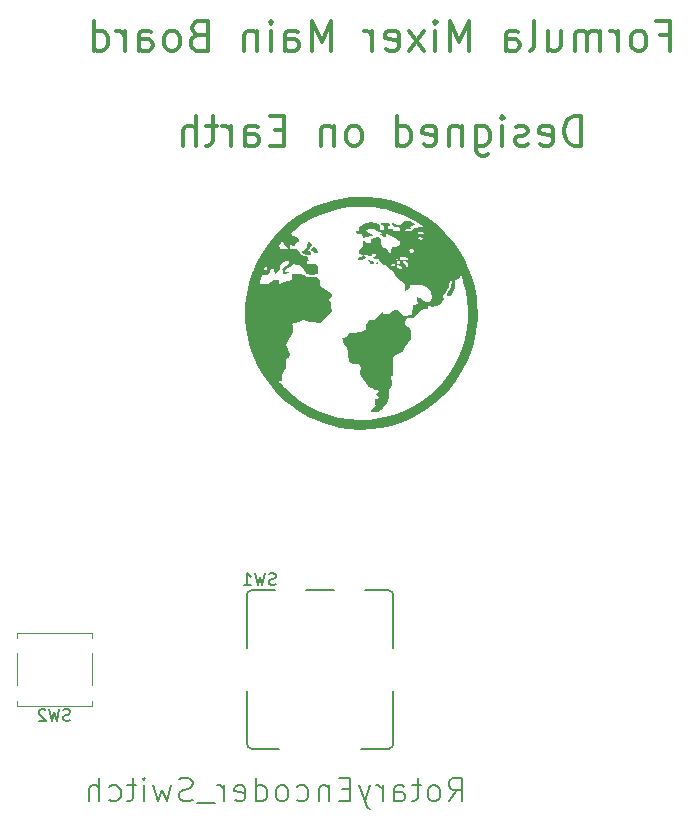
<source format=gbr>
%TF.GenerationSoftware,KiCad,Pcbnew,6.0.5-a6ca702e91~116~ubuntu20.04.1*%
%TF.CreationDate,2022-07-22T15:09:43-05:00*%
%TF.ProjectId,FormulaMixer_PCB-rounded,466f726d-756c-4614-9d69-7865725f5043,rev?*%
%TF.SameCoordinates,Original*%
%TF.FileFunction,Legend,Bot*%
%TF.FilePolarity,Positive*%
%FSLAX46Y46*%
G04 Gerber Fmt 4.6, Leading zero omitted, Abs format (unit mm)*
G04 Created by KiCad (PCBNEW 6.0.5-a6ca702e91~116~ubuntu20.04.1) date 2022-07-22 15:09:43*
%MOMM*%
%LPD*%
G01*
G04 APERTURE LIST*
%ADD10C,0.300000*%
%ADD11C,0.150000*%
%ADD12C,0.200000*%
%ADD13C,0.120000*%
G04 APERTURE END LIST*
D10*
X115071428Y-53546428D02*
X115904761Y-53546428D01*
X115904761Y-54855952D02*
X115904761Y-52355952D01*
X114714285Y-52355952D01*
X113404761Y-54855952D02*
X113642857Y-54736904D01*
X113761904Y-54617857D01*
X113880952Y-54379761D01*
X113880952Y-53665476D01*
X113761904Y-53427380D01*
X113642857Y-53308333D01*
X113404761Y-53189285D01*
X113047619Y-53189285D01*
X112809523Y-53308333D01*
X112690476Y-53427380D01*
X112571428Y-53665476D01*
X112571428Y-54379761D01*
X112690476Y-54617857D01*
X112809523Y-54736904D01*
X113047619Y-54855952D01*
X113404761Y-54855952D01*
X111500000Y-54855952D02*
X111500000Y-53189285D01*
X111500000Y-53665476D02*
X111380952Y-53427380D01*
X111261904Y-53308333D01*
X111023809Y-53189285D01*
X110785714Y-53189285D01*
X109952380Y-54855952D02*
X109952380Y-53189285D01*
X109952380Y-53427380D02*
X109833333Y-53308333D01*
X109595238Y-53189285D01*
X109238095Y-53189285D01*
X109000000Y-53308333D01*
X108880952Y-53546428D01*
X108880952Y-54855952D01*
X108880952Y-53546428D02*
X108761904Y-53308333D01*
X108523809Y-53189285D01*
X108166666Y-53189285D01*
X107928571Y-53308333D01*
X107809523Y-53546428D01*
X107809523Y-54855952D01*
X105547619Y-53189285D02*
X105547619Y-54855952D01*
X106619047Y-53189285D02*
X106619047Y-54498809D01*
X106500000Y-54736904D01*
X106261904Y-54855952D01*
X105904761Y-54855952D01*
X105666666Y-54736904D01*
X105547619Y-54617857D01*
X104000000Y-54855952D02*
X104238095Y-54736904D01*
X104357142Y-54498809D01*
X104357142Y-52355952D01*
X101976190Y-54855952D02*
X101976190Y-53546428D01*
X102095238Y-53308333D01*
X102333333Y-53189285D01*
X102809523Y-53189285D01*
X103047619Y-53308333D01*
X101976190Y-54736904D02*
X102214285Y-54855952D01*
X102809523Y-54855952D01*
X103047619Y-54736904D01*
X103166666Y-54498809D01*
X103166666Y-54260714D01*
X103047619Y-54022619D01*
X102809523Y-53903571D01*
X102214285Y-53903571D01*
X101976190Y-53784523D01*
X98880952Y-54855952D02*
X98880952Y-52355952D01*
X98047619Y-54141666D01*
X97214285Y-52355952D01*
X97214285Y-54855952D01*
X96023809Y-54855952D02*
X96023809Y-53189285D01*
X96023809Y-52355952D02*
X96142857Y-52475000D01*
X96023809Y-52594047D01*
X95904761Y-52475000D01*
X96023809Y-52355952D01*
X96023809Y-52594047D01*
X95071428Y-54855952D02*
X93761904Y-53189285D01*
X95071428Y-53189285D02*
X93761904Y-54855952D01*
X91857142Y-54736904D02*
X92095238Y-54855952D01*
X92571428Y-54855952D01*
X92809523Y-54736904D01*
X92928571Y-54498809D01*
X92928571Y-53546428D01*
X92809523Y-53308333D01*
X92571428Y-53189285D01*
X92095238Y-53189285D01*
X91857142Y-53308333D01*
X91738095Y-53546428D01*
X91738095Y-53784523D01*
X92928571Y-54022619D01*
X90666666Y-54855952D02*
X90666666Y-53189285D01*
X90666666Y-53665476D02*
X90547619Y-53427380D01*
X90428571Y-53308333D01*
X90190476Y-53189285D01*
X89952380Y-53189285D01*
X87214285Y-54855952D02*
X87214285Y-52355952D01*
X86380952Y-54141666D01*
X85547619Y-52355952D01*
X85547619Y-54855952D01*
X83285714Y-54855952D02*
X83285714Y-53546428D01*
X83404761Y-53308333D01*
X83642857Y-53189285D01*
X84119047Y-53189285D01*
X84357142Y-53308333D01*
X83285714Y-54736904D02*
X83523809Y-54855952D01*
X84119047Y-54855952D01*
X84357142Y-54736904D01*
X84476190Y-54498809D01*
X84476190Y-54260714D01*
X84357142Y-54022619D01*
X84119047Y-53903571D01*
X83523809Y-53903571D01*
X83285714Y-53784523D01*
X82095238Y-54855952D02*
X82095238Y-53189285D01*
X82095238Y-52355952D02*
X82214285Y-52475000D01*
X82095238Y-52594047D01*
X81976190Y-52475000D01*
X82095238Y-52355952D01*
X82095238Y-52594047D01*
X80904761Y-53189285D02*
X80904761Y-54855952D01*
X80904761Y-53427380D02*
X80785714Y-53308333D01*
X80547619Y-53189285D01*
X80190476Y-53189285D01*
X79952380Y-53308333D01*
X79833333Y-53546428D01*
X79833333Y-54855952D01*
X75904761Y-53546428D02*
X75547619Y-53665476D01*
X75428571Y-53784523D01*
X75309523Y-54022619D01*
X75309523Y-54379761D01*
X75428571Y-54617857D01*
X75547619Y-54736904D01*
X75785714Y-54855952D01*
X76738095Y-54855952D01*
X76738095Y-52355952D01*
X75904761Y-52355952D01*
X75666666Y-52475000D01*
X75547619Y-52594047D01*
X75428571Y-52832142D01*
X75428571Y-53070238D01*
X75547619Y-53308333D01*
X75666666Y-53427380D01*
X75904761Y-53546428D01*
X76738095Y-53546428D01*
X73880952Y-54855952D02*
X74119047Y-54736904D01*
X74238095Y-54617857D01*
X74357142Y-54379761D01*
X74357142Y-53665476D01*
X74238095Y-53427380D01*
X74119047Y-53308333D01*
X73880952Y-53189285D01*
X73523809Y-53189285D01*
X73285714Y-53308333D01*
X73166666Y-53427380D01*
X73047619Y-53665476D01*
X73047619Y-54379761D01*
X73166666Y-54617857D01*
X73285714Y-54736904D01*
X73523809Y-54855952D01*
X73880952Y-54855952D01*
X70904761Y-54855952D02*
X70904761Y-53546428D01*
X71023809Y-53308333D01*
X71261904Y-53189285D01*
X71738095Y-53189285D01*
X71976190Y-53308333D01*
X70904761Y-54736904D02*
X71142857Y-54855952D01*
X71738095Y-54855952D01*
X71976190Y-54736904D01*
X72095238Y-54498809D01*
X72095238Y-54260714D01*
X71976190Y-54022619D01*
X71738095Y-53903571D01*
X71142857Y-53903571D01*
X70904761Y-53784523D01*
X69714285Y-54855952D02*
X69714285Y-53189285D01*
X69714285Y-53665476D02*
X69595238Y-53427380D01*
X69476190Y-53308333D01*
X69238095Y-53189285D01*
X69000000Y-53189285D01*
X67095238Y-54855952D02*
X67095238Y-52355952D01*
X67095238Y-54736904D02*
X67333333Y-54855952D01*
X67809523Y-54855952D01*
X68047619Y-54736904D01*
X68166666Y-54617857D01*
X68285714Y-54379761D01*
X68285714Y-53665476D01*
X68166666Y-53427380D01*
X68047619Y-53308333D01*
X67809523Y-53189285D01*
X67333333Y-53189285D01*
X67095238Y-53308333D01*
X108345238Y-62905952D02*
X108345238Y-60405952D01*
X107750000Y-60405952D01*
X107392857Y-60525000D01*
X107154761Y-60763095D01*
X107035714Y-61001190D01*
X106916666Y-61477380D01*
X106916666Y-61834523D01*
X107035714Y-62310714D01*
X107154761Y-62548809D01*
X107392857Y-62786904D01*
X107750000Y-62905952D01*
X108345238Y-62905952D01*
X104892857Y-62786904D02*
X105130952Y-62905952D01*
X105607142Y-62905952D01*
X105845238Y-62786904D01*
X105964285Y-62548809D01*
X105964285Y-61596428D01*
X105845238Y-61358333D01*
X105607142Y-61239285D01*
X105130952Y-61239285D01*
X104892857Y-61358333D01*
X104773809Y-61596428D01*
X104773809Y-61834523D01*
X105964285Y-62072619D01*
X103821428Y-62786904D02*
X103583333Y-62905952D01*
X103107142Y-62905952D01*
X102869047Y-62786904D01*
X102750000Y-62548809D01*
X102750000Y-62429761D01*
X102869047Y-62191666D01*
X103107142Y-62072619D01*
X103464285Y-62072619D01*
X103702380Y-61953571D01*
X103821428Y-61715476D01*
X103821428Y-61596428D01*
X103702380Y-61358333D01*
X103464285Y-61239285D01*
X103107142Y-61239285D01*
X102869047Y-61358333D01*
X101678571Y-62905952D02*
X101678571Y-61239285D01*
X101678571Y-60405952D02*
X101797619Y-60525000D01*
X101678571Y-60644047D01*
X101559523Y-60525000D01*
X101678571Y-60405952D01*
X101678571Y-60644047D01*
X99416666Y-61239285D02*
X99416666Y-63263095D01*
X99535714Y-63501190D01*
X99654761Y-63620238D01*
X99892857Y-63739285D01*
X100250000Y-63739285D01*
X100488095Y-63620238D01*
X99416666Y-62786904D02*
X99654761Y-62905952D01*
X100130952Y-62905952D01*
X100369047Y-62786904D01*
X100488095Y-62667857D01*
X100607142Y-62429761D01*
X100607142Y-61715476D01*
X100488095Y-61477380D01*
X100369047Y-61358333D01*
X100130952Y-61239285D01*
X99654761Y-61239285D01*
X99416666Y-61358333D01*
X98226190Y-61239285D02*
X98226190Y-62905952D01*
X98226190Y-61477380D02*
X98107142Y-61358333D01*
X97869047Y-61239285D01*
X97511904Y-61239285D01*
X97273809Y-61358333D01*
X97154761Y-61596428D01*
X97154761Y-62905952D01*
X95011904Y-62786904D02*
X95250000Y-62905952D01*
X95726190Y-62905952D01*
X95964285Y-62786904D01*
X96083333Y-62548809D01*
X96083333Y-61596428D01*
X95964285Y-61358333D01*
X95726190Y-61239285D01*
X95250000Y-61239285D01*
X95011904Y-61358333D01*
X94892857Y-61596428D01*
X94892857Y-61834523D01*
X96083333Y-62072619D01*
X92750000Y-62905952D02*
X92750000Y-60405952D01*
X92750000Y-62786904D02*
X92988095Y-62905952D01*
X93464285Y-62905952D01*
X93702380Y-62786904D01*
X93821428Y-62667857D01*
X93940476Y-62429761D01*
X93940476Y-61715476D01*
X93821428Y-61477380D01*
X93702380Y-61358333D01*
X93464285Y-61239285D01*
X92988095Y-61239285D01*
X92750000Y-61358333D01*
X89297619Y-62905952D02*
X89535714Y-62786904D01*
X89654761Y-62667857D01*
X89773809Y-62429761D01*
X89773809Y-61715476D01*
X89654761Y-61477380D01*
X89535714Y-61358333D01*
X89297619Y-61239285D01*
X88940476Y-61239285D01*
X88702380Y-61358333D01*
X88583333Y-61477380D01*
X88464285Y-61715476D01*
X88464285Y-62429761D01*
X88583333Y-62667857D01*
X88702380Y-62786904D01*
X88940476Y-62905952D01*
X89297619Y-62905952D01*
X87392857Y-61239285D02*
X87392857Y-62905952D01*
X87392857Y-61477380D02*
X87273809Y-61358333D01*
X87035714Y-61239285D01*
X86678571Y-61239285D01*
X86440476Y-61358333D01*
X86321428Y-61596428D01*
X86321428Y-62905952D01*
X83226190Y-61596428D02*
X82392857Y-61596428D01*
X82035714Y-62905952D02*
X83226190Y-62905952D01*
X83226190Y-60405952D01*
X82035714Y-60405952D01*
X79892857Y-62905952D02*
X79892857Y-61596428D01*
X80011904Y-61358333D01*
X80250000Y-61239285D01*
X80726190Y-61239285D01*
X80964285Y-61358333D01*
X79892857Y-62786904D02*
X80130952Y-62905952D01*
X80726190Y-62905952D01*
X80964285Y-62786904D01*
X81083333Y-62548809D01*
X81083333Y-62310714D01*
X80964285Y-62072619D01*
X80726190Y-61953571D01*
X80130952Y-61953571D01*
X79892857Y-61834523D01*
X78702380Y-62905952D02*
X78702380Y-61239285D01*
X78702380Y-61715476D02*
X78583333Y-61477380D01*
X78464285Y-61358333D01*
X78226190Y-61239285D01*
X77988095Y-61239285D01*
X77511904Y-61239285D02*
X76559523Y-61239285D01*
X77154761Y-60405952D02*
X77154761Y-62548809D01*
X77035714Y-62786904D01*
X76797619Y-62905952D01*
X76559523Y-62905952D01*
X75726190Y-62905952D02*
X75726190Y-60405952D01*
X74654761Y-62905952D02*
X74654761Y-61596428D01*
X74773809Y-61358333D01*
X75011904Y-61239285D01*
X75369047Y-61239285D01*
X75607142Y-61358333D01*
X75726190Y-61477380D01*
%TO.C,G\u002A\u002A\u002A*%
X84592571Y-75488000D02*
X84737714Y-75415428D01*
X84955428Y-75415428D01*
X85173142Y-75488000D01*
X85318285Y-75633142D01*
X85390857Y-75778285D01*
X85463428Y-76068571D01*
X85463428Y-76286285D01*
X85390857Y-76576571D01*
X85318285Y-76721714D01*
X85173142Y-76866857D01*
X84955428Y-76939428D01*
X84810285Y-76939428D01*
X84592571Y-76866857D01*
X84520000Y-76794285D01*
X84520000Y-76286285D01*
X84810285Y-76286285D01*
X83649142Y-75415428D02*
X83649142Y-75778285D01*
X84012000Y-75633142D02*
X83649142Y-75778285D01*
X83286285Y-75633142D01*
X83866857Y-76068571D02*
X83649142Y-75778285D01*
X83431428Y-76068571D01*
X82488000Y-75415428D02*
X82488000Y-75778285D01*
X82850857Y-75633142D02*
X82488000Y-75778285D01*
X82125142Y-75633142D01*
X82705714Y-76068571D02*
X82488000Y-75778285D01*
X82270285Y-76068571D01*
X81326857Y-75415428D02*
X81326857Y-75778285D01*
X81689714Y-75633142D02*
X81326857Y-75778285D01*
X80964000Y-75633142D01*
X81544571Y-76068571D02*
X81326857Y-75778285D01*
X81109142Y-76068571D01*
D11*
%TO.C,SW2*%
X65083333Y-111554761D02*
X64940476Y-111602380D01*
X64702380Y-111602380D01*
X64607142Y-111554761D01*
X64559523Y-111507142D01*
X64511904Y-111411904D01*
X64511904Y-111316666D01*
X64559523Y-111221428D01*
X64607142Y-111173809D01*
X64702380Y-111126190D01*
X64892857Y-111078571D01*
X64988095Y-111030952D01*
X65035714Y-110983333D01*
X65083333Y-110888095D01*
X65083333Y-110792857D01*
X65035714Y-110697619D01*
X64988095Y-110650000D01*
X64892857Y-110602380D01*
X64654761Y-110602380D01*
X64511904Y-110650000D01*
X64178571Y-110602380D02*
X63940476Y-111602380D01*
X63750000Y-110888095D01*
X63559523Y-111602380D01*
X63321428Y-110602380D01*
X62988095Y-110697619D02*
X62940476Y-110650000D01*
X62845238Y-110602380D01*
X62607142Y-110602380D01*
X62511904Y-110650000D01*
X62464285Y-110697619D01*
X62416666Y-110792857D01*
X62416666Y-110888095D01*
X62464285Y-111030952D01*
X63035714Y-111602380D01*
X62416666Y-111602380D01*
%TO.C,SW1*%
X82483333Y-100054761D02*
X82340476Y-100102380D01*
X82102380Y-100102380D01*
X82007142Y-100054761D01*
X81959523Y-100007142D01*
X81911904Y-99911904D01*
X81911904Y-99816666D01*
X81959523Y-99721428D01*
X82007142Y-99673809D01*
X82102380Y-99626190D01*
X82292857Y-99578571D01*
X82388095Y-99530952D01*
X82435714Y-99483333D01*
X82483333Y-99388095D01*
X82483333Y-99292857D01*
X82435714Y-99197619D01*
X82388095Y-99150000D01*
X82292857Y-99102380D01*
X82054761Y-99102380D01*
X81911904Y-99150000D01*
X81578571Y-99102380D02*
X81340476Y-100102380D01*
X81150000Y-99388095D01*
X80959523Y-100102380D01*
X80721428Y-99102380D01*
X79816666Y-100102380D02*
X80388095Y-100102380D01*
X80102380Y-100102380D02*
X80102380Y-99102380D01*
X80197619Y-99245238D01*
X80292857Y-99340476D01*
X80388095Y-99388095D01*
D12*
X97166666Y-118404761D02*
X97833333Y-117452380D01*
X98309523Y-118404761D02*
X98309523Y-116404761D01*
X97547619Y-116404761D01*
X97357142Y-116500000D01*
X97261904Y-116595238D01*
X97166666Y-116785714D01*
X97166666Y-117071428D01*
X97261904Y-117261904D01*
X97357142Y-117357142D01*
X97547619Y-117452380D01*
X98309523Y-117452380D01*
X96023809Y-118404761D02*
X96214285Y-118309523D01*
X96309523Y-118214285D01*
X96404761Y-118023809D01*
X96404761Y-117452380D01*
X96309523Y-117261904D01*
X96214285Y-117166666D01*
X96023809Y-117071428D01*
X95738095Y-117071428D01*
X95547619Y-117166666D01*
X95452380Y-117261904D01*
X95357142Y-117452380D01*
X95357142Y-118023809D01*
X95452380Y-118214285D01*
X95547619Y-118309523D01*
X95738095Y-118404761D01*
X96023809Y-118404761D01*
X94785714Y-117071428D02*
X94023809Y-117071428D01*
X94500000Y-116404761D02*
X94500000Y-118119047D01*
X94404761Y-118309523D01*
X94214285Y-118404761D01*
X94023809Y-118404761D01*
X92500000Y-118404761D02*
X92500000Y-117357142D01*
X92595238Y-117166666D01*
X92785714Y-117071428D01*
X93166666Y-117071428D01*
X93357142Y-117166666D01*
X92500000Y-118309523D02*
X92690476Y-118404761D01*
X93166666Y-118404761D01*
X93357142Y-118309523D01*
X93452380Y-118119047D01*
X93452380Y-117928571D01*
X93357142Y-117738095D01*
X93166666Y-117642857D01*
X92690476Y-117642857D01*
X92500000Y-117547619D01*
X91547619Y-118404761D02*
X91547619Y-117071428D01*
X91547619Y-117452380D02*
X91452380Y-117261904D01*
X91357142Y-117166666D01*
X91166666Y-117071428D01*
X90976190Y-117071428D01*
X90500000Y-117071428D02*
X90023809Y-118404761D01*
X89547619Y-117071428D02*
X90023809Y-118404761D01*
X90214285Y-118880952D01*
X90309523Y-118976190D01*
X90500000Y-119071428D01*
X88785714Y-117357142D02*
X88119047Y-117357142D01*
X87833333Y-118404761D02*
X88785714Y-118404761D01*
X88785714Y-116404761D01*
X87833333Y-116404761D01*
X86976190Y-117071428D02*
X86976190Y-118404761D01*
X86976190Y-117261904D02*
X86880952Y-117166666D01*
X86690476Y-117071428D01*
X86404761Y-117071428D01*
X86214285Y-117166666D01*
X86119047Y-117357142D01*
X86119047Y-118404761D01*
X84309523Y-118309523D02*
X84500000Y-118404761D01*
X84880952Y-118404761D01*
X85071428Y-118309523D01*
X85166666Y-118214285D01*
X85261904Y-118023809D01*
X85261904Y-117452380D01*
X85166666Y-117261904D01*
X85071428Y-117166666D01*
X84880952Y-117071428D01*
X84500000Y-117071428D01*
X84309523Y-117166666D01*
X83166666Y-118404761D02*
X83357142Y-118309523D01*
X83452380Y-118214285D01*
X83547619Y-118023809D01*
X83547619Y-117452380D01*
X83452380Y-117261904D01*
X83357142Y-117166666D01*
X83166666Y-117071428D01*
X82880952Y-117071428D01*
X82690476Y-117166666D01*
X82595238Y-117261904D01*
X82500000Y-117452380D01*
X82500000Y-118023809D01*
X82595238Y-118214285D01*
X82690476Y-118309523D01*
X82880952Y-118404761D01*
X83166666Y-118404761D01*
X80785714Y-118404761D02*
X80785714Y-116404761D01*
X80785714Y-118309523D02*
X80976190Y-118404761D01*
X81357142Y-118404761D01*
X81547619Y-118309523D01*
X81642857Y-118214285D01*
X81738095Y-118023809D01*
X81738095Y-117452380D01*
X81642857Y-117261904D01*
X81547619Y-117166666D01*
X81357142Y-117071428D01*
X80976190Y-117071428D01*
X80785714Y-117166666D01*
X79071428Y-118309523D02*
X79261904Y-118404761D01*
X79642857Y-118404761D01*
X79833333Y-118309523D01*
X79928571Y-118119047D01*
X79928571Y-117357142D01*
X79833333Y-117166666D01*
X79642857Y-117071428D01*
X79261904Y-117071428D01*
X79071428Y-117166666D01*
X78976190Y-117357142D01*
X78976190Y-117547619D01*
X79928571Y-117738095D01*
X78119047Y-118404761D02*
X78119047Y-117071428D01*
X78119047Y-117452380D02*
X78023809Y-117261904D01*
X77928571Y-117166666D01*
X77738095Y-117071428D01*
X77547619Y-117071428D01*
X77357142Y-118595238D02*
X75833333Y-118595238D01*
X75452380Y-118309523D02*
X75166666Y-118404761D01*
X74690476Y-118404761D01*
X74500000Y-118309523D01*
X74404761Y-118214285D01*
X74309523Y-118023809D01*
X74309523Y-117833333D01*
X74404761Y-117642857D01*
X74500000Y-117547619D01*
X74690476Y-117452380D01*
X75071428Y-117357142D01*
X75261904Y-117261904D01*
X75357142Y-117166666D01*
X75452380Y-116976190D01*
X75452380Y-116785714D01*
X75357142Y-116595238D01*
X75261904Y-116500000D01*
X75071428Y-116404761D01*
X74595238Y-116404761D01*
X74309523Y-116500000D01*
X73642857Y-117071428D02*
X73261904Y-118404761D01*
X72880952Y-117452380D01*
X72500000Y-118404761D01*
X72119047Y-117071428D01*
X71357142Y-118404761D02*
X71357142Y-117071428D01*
X71357142Y-116404761D02*
X71452380Y-116500000D01*
X71357142Y-116595238D01*
X71261904Y-116500000D01*
X71357142Y-116404761D01*
X71357142Y-116595238D01*
X70690476Y-117071428D02*
X69928571Y-117071428D01*
X70404761Y-116404761D02*
X70404761Y-118119047D01*
X70309523Y-118309523D01*
X70119047Y-118404761D01*
X69928571Y-118404761D01*
X68404761Y-118309523D02*
X68595238Y-118404761D01*
X68976190Y-118404761D01*
X69166666Y-118309523D01*
X69261904Y-118214285D01*
X69357142Y-118023809D01*
X69357142Y-117452380D01*
X69261904Y-117261904D01*
X69166666Y-117166666D01*
X68976190Y-117071428D01*
X68595238Y-117071428D01*
X68404761Y-117166666D01*
X67547619Y-118404761D02*
X67547619Y-116404761D01*
X66690476Y-118404761D02*
X66690476Y-117357142D01*
X66785714Y-117166666D01*
X66976190Y-117071428D01*
X67261904Y-117071428D01*
X67452380Y-117166666D01*
X67547619Y-117261904D01*
%TO.C,G\u002A\u002A\u002A*%
G36*
X97994226Y-71717318D02*
G01*
X98002269Y-71730788D01*
X98435156Y-72455740D01*
X98566396Y-72728030D01*
X98723267Y-73053497D01*
X98807536Y-73228333D01*
X98807807Y-73228896D01*
X99111380Y-74035021D01*
X99345078Y-74872353D01*
X99508103Y-75739128D01*
X99519059Y-75819959D01*
X99552814Y-76150891D01*
X99577078Y-76525402D01*
X99587533Y-76816657D01*
X99591228Y-76919592D01*
X99594637Y-77309558D01*
X99586681Y-77671399D01*
X99566735Y-77981212D01*
X99459369Y-78771267D01*
X99273250Y-79610452D01*
X99016596Y-80429839D01*
X98691955Y-81222434D01*
X98301872Y-81981242D01*
X97848894Y-82699270D01*
X97772881Y-82807024D01*
X97240102Y-83486916D01*
X96654168Y-84113926D01*
X96019448Y-84685518D01*
X95340311Y-85199154D01*
X94621127Y-85652297D01*
X93866265Y-86042409D01*
X93080094Y-86366954D01*
X92266984Y-86623394D01*
X91431304Y-86809191D01*
X90577424Y-86921809D01*
X90531893Y-86924717D01*
X90403510Y-86929713D01*
X90225398Y-86934436D01*
X90014681Y-86938461D01*
X89788485Y-86941363D01*
X89582612Y-86941299D01*
X88732109Y-86895920D01*
X87901952Y-86777064D01*
X87088527Y-86583914D01*
X86288222Y-86315653D01*
X85497424Y-85971465D01*
X85400789Y-85924087D01*
X84838071Y-85627428D01*
X84329072Y-85318337D01*
X83853834Y-84982894D01*
X83392397Y-84607179D01*
X82924804Y-84177273D01*
X82443269Y-83681819D01*
X81892947Y-83025219D01*
X81410404Y-82336025D01*
X80994306Y-81611584D01*
X80643316Y-80849245D01*
X80356100Y-80046358D01*
X80131320Y-79200271D01*
X79967642Y-78308333D01*
X79965829Y-78295516D01*
X79946908Y-78104937D01*
X79932853Y-77855603D01*
X79923653Y-77564174D01*
X79919292Y-77247310D01*
X79919758Y-76921670D01*
X79925037Y-76603914D01*
X79935116Y-76310702D01*
X79949981Y-76058692D01*
X79969619Y-75864546D01*
X80050974Y-75362788D01*
X80117209Y-75075606D01*
X80936969Y-75075606D01*
X80956212Y-75094849D01*
X80975454Y-75075606D01*
X80956212Y-75056364D01*
X80936969Y-75075606D01*
X80117209Y-75075606D01*
X80236098Y-74560123D01*
X81112662Y-74560123D01*
X81126885Y-74567956D01*
X81203873Y-74581390D01*
X81330253Y-74590457D01*
X81487650Y-74593520D01*
X81841363Y-74592495D01*
X82070722Y-74419318D01*
X82087511Y-74406799D01*
X82203670Y-74328621D01*
X82298512Y-74278363D01*
X82352884Y-74266404D01*
X82370710Y-74271303D01*
X82458996Y-74282284D01*
X82575723Y-74286667D01*
X82745757Y-74286667D01*
X82745757Y-74440606D01*
X82750172Y-74506783D01*
X82784879Y-74584180D01*
X82855660Y-74594054D01*
X82964393Y-74537234D01*
X83007554Y-74515011D01*
X83118847Y-74472380D01*
X83271063Y-74422795D01*
X83444396Y-74373032D01*
X83842575Y-74266141D01*
X83854032Y-74003651D01*
X83865488Y-73741161D01*
X84046456Y-73762458D01*
X84064202Y-73764492D01*
X84201136Y-73778410D01*
X84375681Y-73794191D01*
X84554545Y-73808799D01*
X84599327Y-73812465D01*
X84786517Y-73836306D01*
X84927613Y-73873693D01*
X85048195Y-73930954D01*
X85063281Y-73939685D01*
X85155075Y-73986432D01*
X85239970Y-74009737D01*
X85345705Y-74014083D01*
X85500018Y-74003949D01*
X85581648Y-73997428D01*
X85706916Y-73993466D01*
X85803123Y-74007660D01*
X85902140Y-74046766D01*
X86035838Y-74117539D01*
X86286363Y-74255245D01*
X86286363Y-74775438D01*
X86704254Y-75075606D01*
X86787718Y-75135558D01*
X86788975Y-75136461D01*
X87005132Y-75296069D01*
X87157690Y-75418513D01*
X87245801Y-75503064D01*
X87268614Y-75548990D01*
X87251905Y-75598749D01*
X87225459Y-75692737D01*
X87197263Y-75749251D01*
X87119789Y-75794995D01*
X87056424Y-75827190D01*
X87023482Y-75903895D01*
X87036598Y-75999605D01*
X87097598Y-76090039D01*
X87113702Y-76106093D01*
X87149846Y-76158895D01*
X87173614Y-76235001D01*
X87189220Y-76352298D01*
X87200875Y-76528677D01*
X87219703Y-76888639D01*
X86344091Y-77898839D01*
X86144316Y-77901541D01*
X86069425Y-77899838D01*
X85969810Y-77887124D01*
X85920757Y-77865758D01*
X85909486Y-77858197D01*
X85836212Y-77842367D01*
X85712985Y-77831384D01*
X85558845Y-77827273D01*
X85511971Y-77827158D01*
X85358420Y-77823330D01*
X85259207Y-77811533D01*
X85196149Y-77788335D01*
X85151060Y-77750303D01*
X85099907Y-77708910D01*
X85009953Y-77681140D01*
X84868186Y-77673333D01*
X84846777Y-77673423D01*
X84717019Y-77682281D01*
X84628357Y-77712599D01*
X84549640Y-77774245D01*
X84544067Y-77779513D01*
X84460062Y-77840027D01*
X84351764Y-77877465D01*
X84192899Y-77901178D01*
X84067571Y-77916622D01*
X83966598Y-77934049D01*
X83919904Y-77948783D01*
X83915959Y-77963812D01*
X83915316Y-78041443D01*
X83923125Y-78167872D01*
X83938489Y-78324942D01*
X83978656Y-78679519D01*
X83349058Y-79799469D01*
X83509226Y-80122421D01*
X83522955Y-80150321D01*
X83615764Y-80359825D01*
X83662882Y-80522819D01*
X83664769Y-80652785D01*
X83621887Y-80763210D01*
X83534697Y-80867576D01*
X83400000Y-80998129D01*
X83400000Y-81720089D01*
X83226818Y-81945152D01*
X83148663Y-82048716D01*
X83093952Y-82136179D01*
X83065716Y-82219318D01*
X83055196Y-82325231D01*
X83053636Y-82481016D01*
X83053636Y-82791818D01*
X82918939Y-82791818D01*
X82901235Y-82792173D01*
X82818065Y-82805719D01*
X82784242Y-82832810D01*
X82808749Y-82876224D01*
X82882544Y-82963955D01*
X82996993Y-83086449D01*
X83143373Y-83235345D01*
X83312960Y-83402277D01*
X83497032Y-83578882D01*
X83686866Y-83756797D01*
X83873739Y-83927659D01*
X84048929Y-84083104D01*
X84203712Y-84214768D01*
X84329366Y-84314288D01*
X84815148Y-84653145D01*
X85532895Y-85075982D01*
X86281099Y-85429957D01*
X87055432Y-85713324D01*
X87851566Y-85924339D01*
X88665172Y-86061260D01*
X88747594Y-86070834D01*
X89568117Y-86123695D01*
X90395008Y-86100810D01*
X91223573Y-86002503D01*
X92049117Y-85829094D01*
X92797517Y-85599430D01*
X93532864Y-85296893D01*
X94237352Y-84929220D01*
X94906702Y-84500690D01*
X95536634Y-84015582D01*
X96122868Y-83478177D01*
X96661124Y-82892754D01*
X97147122Y-82263594D01*
X97576582Y-81594977D01*
X97945225Y-80891182D01*
X98248771Y-80156489D01*
X98482940Y-79395178D01*
X98527202Y-79215874D01*
X98683558Y-78409853D01*
X98766368Y-77612958D01*
X98775821Y-76816657D01*
X98712105Y-76012415D01*
X98575407Y-75191700D01*
X98527461Y-74981603D01*
X98464163Y-74737166D01*
X98392539Y-74484321D01*
X98317704Y-74239753D01*
X98244773Y-74020146D01*
X98178859Y-73842184D01*
X98125076Y-73722550D01*
X98115486Y-73704909D01*
X98086841Y-73658148D01*
X98071889Y-73659720D01*
X98065932Y-73719170D01*
X98064268Y-73846044D01*
X98062727Y-74078905D01*
X97889545Y-74163043D01*
X97716363Y-74247182D01*
X97716363Y-74594930D01*
X97716346Y-74632042D01*
X97713956Y-74786451D01*
X97702273Y-74898352D01*
X97673863Y-74994958D01*
X97621295Y-75103482D01*
X97537136Y-75251137D01*
X97494784Y-75323326D01*
X97419688Y-75447609D01*
X97363087Y-75536347D01*
X97334798Y-75573880D01*
X97330397Y-75576051D01*
X97270167Y-75593467D01*
X97172783Y-75614222D01*
X97160691Y-75616466D01*
X97073860Y-75625948D01*
X97032971Y-75602005D01*
X97011864Y-75531125D01*
X97007509Y-75491335D01*
X97021424Y-75412146D01*
X97069680Y-75309153D01*
X97159475Y-75164474D01*
X97249580Y-75015860D01*
X97325225Y-74844445D01*
X97368502Y-74664170D01*
X97371855Y-74643551D01*
X97394491Y-74501189D01*
X97402937Y-74417614D01*
X97394453Y-74377228D01*
X97366304Y-74364435D01*
X97315750Y-74363636D01*
X97303762Y-74363826D01*
X97258331Y-74374068D01*
X97227662Y-74411741D01*
X97203433Y-74493132D01*
X97177323Y-74634526D01*
X97158734Y-74731994D01*
X97125654Y-74849251D01*
X97075379Y-74963524D01*
X96998024Y-75096164D01*
X96883700Y-75268518D01*
X96635768Y-75631620D01*
X96697556Y-75751105D01*
X96719885Y-75796375D01*
X96734833Y-75850441D01*
X96723632Y-75907748D01*
X96680868Y-75988631D01*
X96601131Y-76113426D01*
X96442917Y-76356262D01*
X96107898Y-76439157D01*
X96043247Y-76455217D01*
X95891751Y-76493362D01*
X95772011Y-76524211D01*
X95705530Y-76542255D01*
X95663494Y-76545431D01*
X95638181Y-76502139D01*
X95621016Y-76463193D01*
X95545117Y-76441818D01*
X95535250Y-76441864D01*
X95419066Y-76455951D01*
X95364310Y-76501483D01*
X95359318Y-76587613D01*
X95363590Y-76632195D01*
X95351737Y-76669992D01*
X95307743Y-76698405D01*
X95217234Y-76725930D01*
X95065833Y-76761062D01*
X94757098Y-76830155D01*
X94175250Y-77471049D01*
X93866210Y-77488939D01*
X93826616Y-77491501D01*
X93683762Y-77505512D01*
X93576274Y-77523413D01*
X93524932Y-77541975D01*
X93506663Y-77589533D01*
X93486183Y-77693117D01*
X93469624Y-77827273D01*
X93446554Y-78077424D01*
X93672226Y-78228265D01*
X93897897Y-78379106D01*
X93922092Y-78613114D01*
X93932221Y-78709859D01*
X93951319Y-78887954D01*
X93968211Y-79040898D01*
X93990135Y-79234674D01*
X93659220Y-79646030D01*
X93595531Y-79726256D01*
X93441659Y-79933507D01*
X93342991Y-80091654D01*
X93298223Y-80202708D01*
X93274390Y-80286936D01*
X93222919Y-80351719D01*
X93122509Y-80396101D01*
X93107161Y-80401613D01*
X92996558Y-80453809D01*
X92855686Y-80533924D01*
X92711171Y-80627010D01*
X92445464Y-80809849D01*
X92435080Y-81598788D01*
X92432090Y-81817867D01*
X92428311Y-82028089D01*
X92423326Y-82179347D01*
X92415930Y-82281607D01*
X92404916Y-82344838D01*
X92389079Y-82379006D01*
X92367211Y-82394079D01*
X92338106Y-82400025D01*
X92284157Y-82412219D01*
X92251515Y-82432994D01*
X92253007Y-82445631D01*
X92265002Y-82519497D01*
X92286409Y-82642245D01*
X92314080Y-82795640D01*
X92376645Y-83137615D01*
X92219265Y-83346064D01*
X92061884Y-83554513D01*
X92081492Y-83933241D01*
X92101101Y-84311970D01*
X91897293Y-84662666D01*
X91888965Y-84676937D01*
X91746390Y-84899476D01*
X91599569Y-85080047D01*
X91424091Y-85248891D01*
X91154697Y-85484420D01*
X90880170Y-85485089D01*
X90842106Y-85485114D01*
X90712861Y-85482151D01*
X90638536Y-85470304D01*
X90601129Y-85444375D01*
X90582639Y-85399167D01*
X90578198Y-85371211D01*
X90593331Y-85311904D01*
X90650128Y-85238718D01*
X90759001Y-85136121D01*
X90958369Y-84959666D01*
X90912252Y-84751273D01*
X90897236Y-84683330D01*
X90868379Y-84543368D01*
X90859423Y-84458324D01*
X90873070Y-84413320D01*
X90912023Y-84393479D01*
X90978984Y-84383923D01*
X90981252Y-84383655D01*
X91094274Y-84353962D01*
X91181972Y-84304700D01*
X91206142Y-84281836D01*
X91228022Y-84243154D01*
X91206702Y-84197178D01*
X91136396Y-84120517D01*
X91075549Y-84049306D01*
X91023983Y-83940817D01*
X91043950Y-83856392D01*
X91135454Y-83798191D01*
X91139992Y-83796579D01*
X91218482Y-83757238D01*
X91250909Y-83718811D01*
X91249568Y-83709182D01*
X91204666Y-83658045D01*
X91116883Y-83616891D01*
X91014618Y-83600000D01*
X90999328Y-83598617D01*
X90909292Y-83574318D01*
X90779547Y-83525985D01*
X90632694Y-83461794D01*
X90545840Y-83419697D01*
X90413149Y-83344593D01*
X90329695Y-83275395D01*
X90279309Y-83200132D01*
X90238424Y-83127656D01*
X90148225Y-82991345D01*
X90023835Y-82817834D01*
X89874002Y-82619244D01*
X89707475Y-82407701D01*
X89593672Y-82266088D01*
X89657796Y-81974262D01*
X89683498Y-81854745D01*
X89701129Y-81748839D01*
X89699949Y-81677195D01*
X89678822Y-81616740D01*
X89636609Y-81544400D01*
X89608984Y-81500572D01*
X89565023Y-81446407D01*
X89510644Y-81418405D01*
X89423664Y-81407935D01*
X89281898Y-81406364D01*
X89253820Y-81406317D01*
X89115960Y-81401885D01*
X89021490Y-81383840D01*
X88941527Y-81343180D01*
X88847189Y-81270905D01*
X88681880Y-81135446D01*
X88632956Y-80626284D01*
X88629693Y-80592986D01*
X88608261Y-80399935D01*
X88585669Y-80232870D01*
X88564413Y-80108699D01*
X88546991Y-80044330D01*
X88505738Y-79978553D01*
X88432270Y-79874693D01*
X88342757Y-79755693D01*
X88313539Y-79716786D01*
X88203603Y-79537237D01*
X88150657Y-79382393D01*
X88125751Y-79224938D01*
X88296933Y-79177010D01*
X88318769Y-79170673D01*
X88422990Y-79127315D01*
X88500881Y-79058316D01*
X88579891Y-78940759D01*
X88691666Y-78752437D01*
X88961060Y-78746705D01*
X89080166Y-78743810D01*
X89278082Y-78735522D01*
X89430582Y-78721303D01*
X89558886Y-78697790D01*
X89684215Y-78661625D01*
X89827790Y-78609445D01*
X90115606Y-78499006D01*
X90137828Y-78267915D01*
X90167532Y-78098005D01*
X90266561Y-77855079D01*
X90373071Y-77673333D01*
X90933989Y-77673333D01*
X91100546Y-77417692D01*
X91104397Y-77411808D01*
X91215583Y-77261616D01*
X91327765Y-77142284D01*
X91431485Y-77059937D01*
X91517283Y-77020701D01*
X91575698Y-77030700D01*
X91597272Y-77096061D01*
X91597304Y-77100124D01*
X91606164Y-77139251D01*
X91642193Y-77161231D01*
X91721976Y-77170884D01*
X91862099Y-77173030D01*
X91920832Y-77172874D01*
X92040512Y-77168173D01*
X92115573Y-77150481D01*
X92169776Y-77111261D01*
X92226886Y-77041975D01*
X92284363Y-76975379D01*
X92353374Y-76926693D01*
X92451530Y-76892576D01*
X92602526Y-76861653D01*
X92878205Y-76812386D01*
X92974296Y-76925360D01*
X93005131Y-76961319D01*
X93102287Y-77072759D01*
X93202737Y-77186080D01*
X93335085Y-77333827D01*
X93591861Y-77290969D01*
X93740636Y-77267097D01*
X93885023Y-77242073D01*
X93976846Y-77213794D01*
X94028812Y-77169767D01*
X94053627Y-77097498D01*
X94063999Y-76984493D01*
X94072634Y-76818258D01*
X94078340Y-76736757D01*
X94096231Y-76567992D01*
X94118117Y-76451818D01*
X94141978Y-76400425D01*
X94173732Y-76388103D01*
X94268937Y-76366043D01*
X94393337Y-76346533D01*
X94475469Y-76334786D01*
X94564502Y-76317215D01*
X94599091Y-76303073D01*
X94591953Y-76282169D01*
X94558380Y-76208046D01*
X94506576Y-76102751D01*
X94490554Y-76068842D01*
X94448157Y-75941452D01*
X94433206Y-75826244D01*
X94446572Y-75742775D01*
X94489126Y-75710606D01*
X94510708Y-75718663D01*
X94587450Y-75761265D01*
X94702481Y-75832253D01*
X94840282Y-75922273D01*
X94985013Y-76015614D01*
X95120811Y-76088417D01*
X95235105Y-76124202D01*
X95348895Y-76129073D01*
X95483183Y-76109136D01*
X95559659Y-76083878D01*
X95622872Y-76024872D01*
X95680739Y-75912772D01*
X95699406Y-75868097D01*
X95730823Y-75767935D01*
X95730338Y-75678822D01*
X95700242Y-75559254D01*
X95670871Y-75474509D01*
X95603896Y-75317335D01*
X95528109Y-75168038D01*
X95474661Y-75079394D01*
X95398955Y-74985849D01*
X95301802Y-74911821D01*
X95157761Y-74834390D01*
X95120137Y-74815913D01*
X95025136Y-74771963D01*
X94941516Y-74742240D01*
X94851608Y-74723963D01*
X94737742Y-74714352D01*
X94582247Y-74710624D01*
X94367453Y-74710000D01*
X93829394Y-74710000D01*
X93829394Y-74862139D01*
X93827658Y-74927343D01*
X93809783Y-74994495D01*
X93757162Y-75041745D01*
X93651320Y-75093048D01*
X93587301Y-75120569D01*
X93493773Y-75157390D01*
X93444792Y-75171818D01*
X93443458Y-75171513D01*
X93432689Y-75130486D01*
X93429895Y-75033854D01*
X93435721Y-74900904D01*
X93441088Y-74808175D01*
X93437923Y-74699819D01*
X93413969Y-74610819D01*
X93360444Y-74528967D01*
X93268565Y-74442051D01*
X93129552Y-74337863D01*
X92934621Y-74204190D01*
X92832851Y-74134485D01*
X92713373Y-74046479D01*
X92641774Y-73980698D01*
X92606937Y-73926180D01*
X92597746Y-73871962D01*
X92584401Y-73811275D01*
X92518107Y-73691654D01*
X92406843Y-73550257D01*
X92262495Y-73399182D01*
X92096951Y-73250531D01*
X91922098Y-73116402D01*
X91799797Y-73040081D01*
X92290000Y-73040081D01*
X92294507Y-73087168D01*
X92329029Y-73123619D01*
X92417000Y-73132121D01*
X92524663Y-73118145D01*
X92541491Y-73106181D01*
X92790303Y-73106181D01*
X92804771Y-73174371D01*
X92860682Y-73260854D01*
X92943038Y-73304761D01*
X93053106Y-73324546D01*
X93113646Y-73321495D01*
X93163636Y-73295746D01*
X93175151Y-73228333D01*
X93159727Y-73156451D01*
X93101389Y-73132121D01*
X93058805Y-73126753D01*
X93014798Y-73099590D01*
X92977436Y-73070392D01*
X92896136Y-73041130D01*
X92844584Y-73030871D01*
X92799987Y-73043383D01*
X92790303Y-73106181D01*
X92541491Y-73106181D01*
X92608959Y-73058213D01*
X92636363Y-72948649D01*
X92636334Y-72943771D01*
X92620974Y-72880881D01*
X92569015Y-72877549D01*
X92500247Y-72896500D01*
X92395833Y-72922799D01*
X92391749Y-72923795D01*
X92312463Y-72963730D01*
X92290000Y-73040081D01*
X91799797Y-73040081D01*
X91749823Y-73008895D01*
X91682805Y-72971749D01*
X91560030Y-72897806D01*
X91475103Y-72838313D01*
X91443371Y-72803553D01*
X91419250Y-72760082D01*
X91405063Y-72742970D01*
X92383553Y-72742970D01*
X92394723Y-72757680D01*
X92443939Y-72785758D01*
X92476182Y-72775349D01*
X92500714Y-72737652D01*
X92733036Y-72737652D01*
X92739868Y-72774321D01*
X92748873Y-72827686D01*
X92777502Y-72855316D01*
X92849841Y-72895035D01*
X92898727Y-72916154D01*
X92977247Y-72934509D01*
X93012839Y-72900209D01*
X93021212Y-72805000D01*
X93020955Y-72769661D01*
X93010423Y-72701082D01*
X92993565Y-72690627D01*
X93268665Y-72690627D01*
X93280721Y-72734376D01*
X93324797Y-72805000D01*
X93332219Y-72816892D01*
X93424039Y-72948649D01*
X93425303Y-72950463D01*
X93494937Y-73048993D01*
X93554638Y-73125871D01*
X93595709Y-73158434D01*
X93632641Y-73157009D01*
X93679924Y-73131922D01*
X93691694Y-73124071D01*
X93732348Y-73053497D01*
X93721399Y-72959117D01*
X93669588Y-72857269D01*
X93587658Y-72764291D01*
X93486351Y-72696523D01*
X93376411Y-72670303D01*
X93354301Y-72670292D01*
X93293906Y-72673362D01*
X93268665Y-72690627D01*
X92993565Y-72690627D01*
X92967807Y-72674653D01*
X92870678Y-72670303D01*
X92790049Y-72673786D01*
X92738690Y-72693314D01*
X92734755Y-72724175D01*
X92733036Y-72737652D01*
X92500714Y-72737652D01*
X92509484Y-72724175D01*
X92496067Y-72668552D01*
X92485524Y-72660452D01*
X92430630Y-72658328D01*
X92385494Y-72693206D01*
X92383553Y-72742970D01*
X91405063Y-72742970D01*
X91353235Y-72680457D01*
X91260022Y-72583067D01*
X91217714Y-72541571D01*
X92713333Y-72541571D01*
X92727653Y-72549261D01*
X92790303Y-72554849D01*
X92843101Y-72540093D01*
X92857683Y-72498961D01*
X92982727Y-72498961D01*
X92983237Y-72528336D01*
X92993581Y-72567164D01*
X93030367Y-72586019D01*
X93110410Y-72590336D01*
X93250521Y-72585552D01*
X93428524Y-72573419D01*
X93588921Y-72547496D01*
X93675502Y-72509527D01*
X93689565Y-72459140D01*
X93640371Y-72404751D01*
X93560449Y-72363799D01*
X97370572Y-72363799D01*
X97380752Y-72395981D01*
X97419684Y-72459140D01*
X97430825Y-72477213D01*
X97508537Y-72574091D01*
X97645929Y-72728030D01*
X97559758Y-72574091D01*
X97536753Y-72534129D01*
X97472208Y-72431550D01*
X97421793Y-72363799D01*
X97409460Y-72350612D01*
X97376980Y-72327049D01*
X97370572Y-72363799D01*
X93560449Y-72363799D01*
X93544475Y-72355614D01*
X93422135Y-72317225D01*
X93292920Y-72293185D01*
X93176397Y-72287096D01*
X93092133Y-72302561D01*
X93059697Y-72343182D01*
X93055355Y-72369738D01*
X93021212Y-72400909D01*
X92995675Y-72425761D01*
X92987511Y-72471914D01*
X92982727Y-72498961D01*
X92857683Y-72498961D01*
X92867272Y-72471914D01*
X92865172Y-72422723D01*
X92846030Y-72412657D01*
X92790303Y-72458636D01*
X92738427Y-72509074D01*
X92713333Y-72541571D01*
X91217714Y-72541571D01*
X91210605Y-72534598D01*
X91129604Y-72460780D01*
X91074487Y-72429464D01*
X91025328Y-72432546D01*
X90962204Y-72461919D01*
X90881233Y-72498013D01*
X90830805Y-72490635D01*
X90776884Y-72433876D01*
X90706071Y-72346427D01*
X90853414Y-72305086D01*
X90928364Y-72279873D01*
X90985996Y-72236563D01*
X91000757Y-72168767D01*
X91000683Y-72160139D01*
X90988850Y-72103047D01*
X90942120Y-72074993D01*
X90839461Y-72062065D01*
X90742955Y-72060413D01*
X90670424Y-72083448D01*
X90616410Y-72144591D01*
X90557317Y-72205562D01*
X90489070Y-72225785D01*
X90480909Y-72224195D01*
X90392510Y-72208427D01*
X90279166Y-72189620D01*
X90271183Y-72188285D01*
X90171045Y-72156538D01*
X90134848Y-72110529D01*
X90120273Y-72077847D01*
X90057878Y-72054546D01*
X90013612Y-72066459D01*
X89981905Y-72121568D01*
X89995558Y-72200388D01*
X90054886Y-72279286D01*
X90055391Y-72279723D01*
X90110971Y-72360137D01*
X90091752Y-72436905D01*
X89999891Y-72507162D01*
X89837543Y-72568044D01*
X89687984Y-72607915D01*
X89577357Y-72628172D01*
X89514762Y-72620477D01*
X89486934Y-72582785D01*
X89480606Y-72513053D01*
X89482530Y-72469765D01*
X89503216Y-72411369D01*
X89561202Y-72365077D01*
X89674279Y-72312463D01*
X89687518Y-72306784D01*
X89808234Y-72240655D01*
X89852405Y-72180317D01*
X89820157Y-72124965D01*
X89711615Y-72073795D01*
X89632929Y-72040354D01*
X89579631Y-71982459D01*
X89552200Y-71877964D01*
X89550772Y-71869294D01*
X89537680Y-71766706D01*
X89550468Y-71702818D01*
X89602926Y-71652245D01*
X89708840Y-71589606D01*
X89804342Y-71521662D01*
X89865048Y-71433563D01*
X89895560Y-71308092D01*
X89903939Y-71126099D01*
X89904768Y-71095832D01*
X89918479Y-71011036D01*
X89943703Y-70976970D01*
X89974853Y-70984810D01*
X90061135Y-71019744D01*
X90173333Y-71073182D01*
X90249512Y-71108585D01*
X90368246Y-71152314D01*
X90452712Y-71169394D01*
X90489272Y-71167147D01*
X90524211Y-71145902D01*
X90538514Y-71086150D01*
X90540582Y-70968708D01*
X90538939Y-70768022D01*
X90841950Y-70697374D01*
X91144960Y-70626726D01*
X91292658Y-70729081D01*
X91440356Y-70831435D01*
X91451466Y-71140086D01*
X91462575Y-71448737D01*
X91686821Y-71530353D01*
X91776729Y-71565145D01*
X91876388Y-71619033D01*
X91946290Y-71691100D01*
X92013942Y-71804394D01*
X92036188Y-71844307D01*
X92122906Y-71962883D01*
X92203409Y-72009116D01*
X92213226Y-72010429D01*
X92255879Y-72008869D01*
X92278863Y-71979771D01*
X92288223Y-71906664D01*
X92290000Y-71773074D01*
X92290067Y-71765909D01*
X93822199Y-71765909D01*
X93842923Y-71856994D01*
X93879926Y-71925339D01*
X93917669Y-71953121D01*
X94004932Y-71992976D01*
X94045788Y-71998777D01*
X94096985Y-71969429D01*
X94149250Y-71880346D01*
X94162127Y-71853079D01*
X94199297Y-71770569D01*
X94214242Y-71730788D01*
X94211056Y-71723137D01*
X94161044Y-71692927D01*
X94072984Y-71662795D01*
X93976294Y-71641469D01*
X93900396Y-71637678D01*
X93864100Y-71645329D01*
X93823991Y-71681590D01*
X93822199Y-71765909D01*
X92290067Y-71765909D01*
X92290558Y-71713234D01*
X92302681Y-71587237D01*
X92341586Y-71516532D01*
X92421554Y-71485319D01*
X92556864Y-71477798D01*
X92577892Y-71476960D01*
X92710533Y-71446496D01*
X92841700Y-71383021D01*
X92946497Y-71301249D01*
X93000029Y-71215891D01*
X93020481Y-71133736D01*
X93043867Y-71047496D01*
X93044775Y-71043655D01*
X93031102Y-71002027D01*
X92971997Y-70945203D01*
X92859601Y-70866887D01*
X92686054Y-70760780D01*
X92677232Y-70755682D01*
X94529065Y-70755682D01*
X94536444Y-70788601D01*
X94566007Y-70824645D01*
X94633825Y-70843602D01*
X94759256Y-70853713D01*
X94838099Y-70855508D01*
X94949901Y-70846129D01*
X95003640Y-70822289D01*
X95019612Y-70791496D01*
X95009314Y-70769562D01*
X94956230Y-70747425D01*
X94844777Y-70714516D01*
X94706886Y-70679939D01*
X94595286Y-70669252D01*
X94538623Y-70694160D01*
X94529065Y-70755682D01*
X92677232Y-70755682D01*
X92624409Y-70725157D01*
X92443981Y-70628211D01*
X92262392Y-70539609D01*
X92096570Y-70466935D01*
X91963442Y-70417770D01*
X91879935Y-70399697D01*
X91871556Y-70418596D01*
X91866077Y-70486288D01*
X91851543Y-70587117D01*
X91795779Y-70652636D01*
X91697615Y-70654324D01*
X91630178Y-70623315D01*
X91597272Y-70575204D01*
X91597258Y-70574357D01*
X91562759Y-70529253D01*
X91481818Y-70495909D01*
X91435429Y-70481500D01*
X91377911Y-70446916D01*
X91361623Y-70414217D01*
X91400360Y-70399697D01*
X91424023Y-70385116D01*
X91454484Y-70322727D01*
X91460353Y-70286187D01*
X91436595Y-70253534D01*
X91409601Y-70250969D01*
X94529065Y-70250969D01*
X94530369Y-70258596D01*
X94584247Y-70350174D01*
X94701021Y-70400345D01*
X94878106Y-70407945D01*
X94885942Y-70407399D01*
X94995491Y-70393835D01*
X95047641Y-70367857D01*
X95060909Y-70320619D01*
X95040554Y-70264188D01*
X94964697Y-70245758D01*
X94901419Y-70236203D01*
X94868485Y-70207273D01*
X94859893Y-70195416D01*
X94796832Y-70176323D01*
X94692626Y-70168788D01*
X94651115Y-70169070D01*
X94564272Y-70176347D01*
X94529782Y-70200535D01*
X94529065Y-70250969D01*
X91409601Y-70250969D01*
X91354762Y-70245758D01*
X91343685Y-70245528D01*
X91225498Y-70211776D01*
X91098592Y-70114557D01*
X91023429Y-70049057D01*
X90940303Y-70001550D01*
X90832383Y-69970624D01*
X90673636Y-69945949D01*
X90585193Y-69934842D01*
X90467022Y-69924644D01*
X90388377Y-69930871D01*
X90325453Y-69956952D01*
X90254449Y-70006314D01*
X90214232Y-70036822D01*
X90158761Y-70087237D01*
X90155432Y-70121280D01*
X90196722Y-70158825D01*
X90200324Y-70161467D01*
X90274659Y-70207801D01*
X90392246Y-70273627D01*
X90529318Y-70345599D01*
X90554491Y-70358460D01*
X90673616Y-70421319D01*
X90757420Y-70468866D01*
X90789091Y-70491649D01*
X90773009Y-70499321D01*
X90696579Y-70521669D01*
X90571550Y-70553342D01*
X90413863Y-70590154D01*
X90311506Y-70613323D01*
X90157614Y-70648643D01*
X90039719Y-70676309D01*
X89977384Y-70691769D01*
X89961420Y-70693735D01*
X89908747Y-70658920D01*
X89855404Y-70554295D01*
X89822212Y-70475573D01*
X89781606Y-70422870D01*
X89716293Y-70402853D01*
X89600145Y-70399697D01*
X89537670Y-70398953D01*
X89444810Y-70387942D01*
X89390063Y-70354307D01*
X89346897Y-70286154D01*
X89313007Y-70219069D01*
X89295735Y-70158455D01*
X89329129Y-70129157D01*
X89422878Y-70108522D01*
X89464116Y-70100237D01*
X89527896Y-70075132D01*
X89553120Y-70023117D01*
X89557575Y-69919191D01*
X89557575Y-69755130D01*
X89983904Y-69565182D01*
X89986219Y-69564151D01*
X90165816Y-69484896D01*
X90294585Y-69432629D01*
X90391770Y-69402999D01*
X90476614Y-69391658D01*
X90568361Y-69394256D01*
X90686253Y-69406444D01*
X90835604Y-69430577D01*
X91008510Y-69472870D01*
X91145075Y-69521163D01*
X91327878Y-69604672D01*
X91327878Y-70014849D01*
X91454878Y-70014849D01*
X91550771Y-70003908D01*
X91642825Y-69951913D01*
X91673058Y-69865813D01*
X91639340Y-69755284D01*
X91539545Y-69630000D01*
X91495024Y-69585102D01*
X91430294Y-69511215D01*
X91404848Y-69468511D01*
X91413223Y-69461735D01*
X91479351Y-69449345D01*
X91597028Y-69440776D01*
X91749030Y-69437576D01*
X91861240Y-69438166D01*
X91988975Y-69443205D01*
X92068440Y-69456553D01*
X92117275Y-69481943D01*
X92153120Y-69523109D01*
X92153716Y-69523960D01*
X92206569Y-69625763D01*
X92194283Y-69686701D01*
X92116818Y-69706970D01*
X92074979Y-69709727D01*
X92030961Y-69739912D01*
X92020606Y-69822424D01*
X92022551Y-69868816D01*
X92046431Y-69924407D01*
X92112007Y-69937879D01*
X92129133Y-69938017D01*
X92290436Y-69955053D01*
X92407513Y-69996804D01*
X92464636Y-70057916D01*
X92480351Y-70089015D01*
X92523020Y-70114976D01*
X92606820Y-70127227D01*
X92749601Y-70130303D01*
X93011591Y-70130303D01*
X93035644Y-70010038D01*
X93035866Y-70008925D01*
X93052704Y-69914740D01*
X93059697Y-69856099D01*
X93040874Y-69842253D01*
X92964032Y-69827964D01*
X92848141Y-69822424D01*
X92783800Y-69821544D01*
X92672031Y-69807851D01*
X92583953Y-69766452D01*
X92482535Y-69683249D01*
X92472733Y-69674371D01*
X92376953Y-69581292D01*
X92337323Y-69520027D01*
X92349608Y-69476184D01*
X92409572Y-69435372D01*
X92411722Y-69434231D01*
X92471066Y-69415893D01*
X92530057Y-69438418D01*
X92613450Y-69510988D01*
X92645730Y-69539940D01*
X92740220Y-69604315D01*
X92816188Y-69630000D01*
X92989734Y-69613012D01*
X93131279Y-69550552D01*
X93243623Y-69433362D01*
X93279576Y-69383371D01*
X93330442Y-69326738D01*
X93388691Y-69297491D01*
X93477520Y-69286455D01*
X93620123Y-69284458D01*
X93724298Y-69285057D01*
X93831924Y-69293840D01*
X93918560Y-69320591D01*
X94011572Y-69374921D01*
X94138327Y-69466440D01*
X94384741Y-69649243D01*
X94162827Y-69660843D01*
X94045821Y-69673210D01*
X93940218Y-69710265D01*
X93904421Y-69772121D01*
X93935952Y-69860965D01*
X93936448Y-69861763D01*
X93950929Y-69897813D01*
X93929763Y-69920418D01*
X93859204Y-69935263D01*
X93725507Y-69948037D01*
X93657894Y-69954647D01*
X93513428Y-69983642D01*
X93432689Y-70031125D01*
X93406650Y-70101440D01*
X93407276Y-70103437D01*
X93451025Y-70117048D01*
X93550142Y-70126661D01*
X93685571Y-70130303D01*
X93706588Y-70130280D01*
X93845844Y-70127201D01*
X93929169Y-70115447D01*
X93975325Y-70090034D01*
X94003071Y-70045980D01*
X94015442Y-70024210D01*
X94092554Y-69963593D01*
X94233485Y-69918432D01*
X94297474Y-69902728D01*
X94422742Y-69864990D01*
X94509970Y-69829574D01*
X94559556Y-69811966D01*
X94676644Y-69791794D01*
X94814263Y-69783940D01*
X95034495Y-69783940D01*
X94768687Y-69598396D01*
X94766413Y-69596810D01*
X94321365Y-69313709D01*
X93820541Y-69042895D01*
X93284978Y-68794142D01*
X92735715Y-68577226D01*
X92193788Y-68401923D01*
X92119121Y-68381348D01*
X91815733Y-68307598D01*
X91473296Y-68236665D01*
X91121265Y-68174329D01*
X90789091Y-68126365D01*
X90676073Y-68114370D01*
X90416538Y-68096430D01*
X90115183Y-68084894D01*
X89791759Y-68079785D01*
X89466020Y-68081123D01*
X89157716Y-68088932D01*
X88886600Y-68103232D01*
X88672424Y-68124045D01*
X88647824Y-68127384D01*
X87814425Y-68279196D01*
X87004718Y-68502130D01*
X86223200Y-68794276D01*
X85474365Y-69153729D01*
X84762709Y-69578580D01*
X84092727Y-70066924D01*
X84017219Y-70127439D01*
X83904804Y-70217330D01*
X83824955Y-70280911D01*
X83791394Y-70307239D01*
X83800598Y-70341146D01*
X83840835Y-70410881D01*
X83867971Y-70442553D01*
X83964063Y-70514235D01*
X84084440Y-70573207D01*
X84189400Y-70617885D01*
X84348997Y-70718926D01*
X84444603Y-70833369D01*
X84469729Y-70954789D01*
X84464813Y-70989283D01*
X84427993Y-71060635D01*
X84339275Y-71099369D01*
X84296331Y-71113490D01*
X84218882Y-71171936D01*
X84159807Y-71283783D01*
X84099396Y-71437574D01*
X83924256Y-71372663D01*
X83864281Y-71351792D01*
X83775460Y-71327188D01*
X83733919Y-71325164D01*
X83727308Y-71342232D01*
X83711193Y-71418389D01*
X83694068Y-71530676D01*
X83688381Y-71574064D01*
X83669414Y-71718777D01*
X83881498Y-71693851D01*
X83957604Y-71687222D01*
X84118175Y-71684171D01*
X84252185Y-71694286D01*
X84257345Y-71695123D01*
X84344281Y-71716604D01*
X84415194Y-71757768D01*
X84489081Y-71833774D01*
X84584941Y-71959781D01*
X84654147Y-72053948D01*
X84725374Y-72138687D01*
X84789321Y-72185824D01*
X84867613Y-72209817D01*
X84981880Y-72225120D01*
X85069777Y-72235787D01*
X85158135Y-72256983D01*
X85208802Y-72300283D01*
X85238684Y-72383605D01*
X85264688Y-72524867D01*
X85265967Y-72532516D01*
X85274976Y-72624264D01*
X85253012Y-72669115D01*
X85188139Y-72693337D01*
X85149813Y-72704694D01*
X85105642Y-72742394D01*
X85112764Y-72819452D01*
X85133867Y-72890946D01*
X85154508Y-72936730D01*
X85184547Y-72939709D01*
X85272065Y-72931317D01*
X85393809Y-72911717D01*
X85474572Y-72899282D01*
X85684165Y-72892061D01*
X85864654Y-72921565D01*
X86001632Y-72984331D01*
X86080691Y-73076892D01*
X86097651Y-73121606D01*
X86111409Y-73187829D01*
X86112078Y-73272734D01*
X86099364Y-73395324D01*
X86072971Y-73574601D01*
X86042498Y-73674321D01*
X85976169Y-73748893D01*
X85864999Y-73794779D01*
X85698879Y-73816020D01*
X85467701Y-73816660D01*
X85112575Y-73805606D01*
X85050153Y-73680650D01*
X85038388Y-73658715D01*
X84974510Y-73556047D01*
X84883423Y-73423109D01*
X84780759Y-73282977D01*
X84767916Y-73266060D01*
X84672268Y-73142494D01*
X84605740Y-73068356D01*
X84552852Y-73032766D01*
X84498122Y-73024842D01*
X84426066Y-73033705D01*
X84411568Y-73035916D01*
X84314837Y-73039998D01*
X84235536Y-73010322D01*
X84139305Y-72935071D01*
X84000265Y-72812992D01*
X83967491Y-72911313D01*
X83949035Y-72947511D01*
X83899891Y-73003806D01*
X83815252Y-73075983D01*
X83687467Y-73169930D01*
X83508884Y-73291535D01*
X83271852Y-73446688D01*
X83254791Y-73471604D01*
X83283994Y-73535548D01*
X83304019Y-73555654D01*
X83373139Y-73581712D01*
X83487043Y-73572995D01*
X83528004Y-73566241D01*
X83600008Y-73559638D01*
X83616803Y-73578292D01*
X83593528Y-73630361D01*
X83517781Y-73719536D01*
X83389636Y-73772982D01*
X83237261Y-73762082D01*
X83155308Y-73729828D01*
X83115104Y-73676248D01*
X83098875Y-73573976D01*
X83095744Y-73544732D01*
X83073885Y-73447675D01*
X83043623Y-73395327D01*
X83023444Y-73368493D01*
X83052276Y-73309153D01*
X83152483Y-73228963D01*
X83322784Y-73129147D01*
X83384023Y-73095482D01*
X83488713Y-73025761D01*
X83549774Y-72955671D01*
X83587086Y-72865367D01*
X83591095Y-72852009D01*
X83620624Y-72744470D01*
X83616196Y-72690803D01*
X83565123Y-72672312D01*
X83454722Y-72670303D01*
X83431193Y-72670488D01*
X83340295Y-72678856D01*
X83261584Y-72707840D01*
X83172761Y-72768612D01*
X83051526Y-72872349D01*
X82986687Y-72930658D01*
X82897393Y-73018362D01*
X82848617Y-73087161D01*
X82828109Y-73157300D01*
X82823622Y-73249023D01*
X82817819Y-73346979D01*
X82792733Y-73424806D01*
X82735493Y-73504436D01*
X82633215Y-73610314D01*
X82443703Y-73796976D01*
X82404438Y-73647352D01*
X82399863Y-73629864D01*
X82367182Y-73502633D01*
X82340838Y-73396723D01*
X82338217Y-73387140D01*
X82290427Y-73306307D01*
X82216711Y-73248636D01*
X82140686Y-73227239D01*
X82138547Y-73228333D01*
X82085971Y-73255228D01*
X82083530Y-73259476D01*
X82062554Y-73335497D01*
X82053619Y-73441811D01*
X82044007Y-73525634D01*
X81998985Y-73617921D01*
X81903668Y-73724167D01*
X81819588Y-73802628D01*
X81749298Y-73845974D01*
X81669118Y-73856058D01*
X81545909Y-73843978D01*
X81337513Y-73817941D01*
X81214450Y-74171821D01*
X81182676Y-74266605D01*
X81140335Y-74407477D01*
X81115467Y-74511152D01*
X81112662Y-74560123D01*
X80236098Y-74560123D01*
X80248712Y-74505429D01*
X80515652Y-73677996D01*
X80636217Y-73391894D01*
X81525144Y-73391894D01*
X81539689Y-73427667D01*
X81625579Y-73440000D01*
X81630118Y-73439999D01*
X81696501Y-73436218D01*
X81730665Y-73412312D01*
X81743314Y-73349333D01*
X81745151Y-73228333D01*
X81742094Y-73141242D01*
X81729634Y-73051469D01*
X81710845Y-73016667D01*
X81703585Y-73018182D01*
X81679219Y-73042571D01*
X81645068Y-73105488D01*
X81595565Y-73218180D01*
X81525144Y-73391894D01*
X80636217Y-73391894D01*
X80850477Y-72883454D01*
X81251873Y-72124767D01*
X81718525Y-71404900D01*
X81721600Y-71400970D01*
X82739892Y-71400970D01*
X82822933Y-71535333D01*
X82905974Y-71669697D01*
X83204300Y-71669697D01*
X83235416Y-71669559D01*
X83375524Y-71665282D01*
X83480040Y-71656230D01*
X83528283Y-71644041D01*
X83538881Y-71632051D01*
X83549856Y-71574064D01*
X83492557Y-71511452D01*
X83363264Y-71439607D01*
X83172588Y-71350299D01*
X83149848Y-70928929D01*
X82944870Y-71164949D01*
X82739892Y-71400970D01*
X81721600Y-71400970D01*
X82249116Y-70726818D01*
X82357466Y-70602244D01*
X82972632Y-69961509D01*
X83628533Y-69385988D01*
X84324190Y-68876224D01*
X85058623Y-68432759D01*
X85830854Y-68056137D01*
X86639904Y-67746902D01*
X87484794Y-67505596D01*
X88364545Y-67332763D01*
X88461485Y-67319420D01*
X88745906Y-67292374D01*
X89080870Y-67273575D01*
X89448222Y-67263017D01*
X89829811Y-67260694D01*
X90207481Y-67266601D01*
X90563081Y-67280732D01*
X90878456Y-67303081D01*
X91135454Y-67333642D01*
X91276123Y-67356526D01*
X92154299Y-67541792D01*
X92994976Y-67794201D01*
X93797795Y-68113555D01*
X94562399Y-68499656D01*
X95288430Y-68952307D01*
X95975530Y-69471309D01*
X96623342Y-70056465D01*
X96870073Y-70320619D01*
X97231508Y-70707576D01*
X97300840Y-70791496D01*
X97485814Y-71015392D01*
X97994226Y-71717318D01*
G37*
G36*
X91151726Y-72783157D02*
G01*
X91173939Y-72870424D01*
X91154961Y-72919975D01*
X91077727Y-72939697D01*
X91051849Y-72937299D01*
X90990747Y-72897153D01*
X90982214Y-72827142D01*
X91032461Y-72752901D01*
X91034978Y-72750881D01*
X91098632Y-72737682D01*
X91151726Y-72783157D01*
G37*
G36*
X90488296Y-72566589D02*
G01*
X90530848Y-72631818D01*
X90539470Y-72655792D01*
X90587975Y-72697294D01*
X90689276Y-72708788D01*
X90750772Y-72711237D01*
X90811660Y-72731941D01*
X90827575Y-72782551D01*
X90819821Y-72825714D01*
X90779469Y-72875724D01*
X90704774Y-72895324D01*
X90597218Y-72892861D01*
X90514375Y-72858948D01*
X90481212Y-72799930D01*
X90456600Y-72754224D01*
X90385000Y-72708788D01*
X90311502Y-72668088D01*
X90293961Y-72619944D01*
X90349662Y-72578208D01*
X90405192Y-72560948D01*
X90488296Y-72566589D01*
G37*
G36*
X85345795Y-71092946D02*
G01*
X85476847Y-71137878D01*
X85569998Y-71214784D01*
X85590741Y-71309866D01*
X85538033Y-71416169D01*
X85410833Y-71526740D01*
X85380053Y-71548428D01*
X85286535Y-71635178D01*
X85246441Y-71711023D01*
X85262890Y-71764751D01*
X85338996Y-71785152D01*
X85413972Y-71810266D01*
X85461632Y-71896494D01*
X85477656Y-72048999D01*
X85475968Y-72086866D01*
X85459980Y-72116090D01*
X85413996Y-72129704D01*
X85322392Y-72131595D01*
X85169544Y-72125649D01*
X85078921Y-72121102D01*
X84954667Y-72110018D01*
X84875380Y-72090048D01*
X84820108Y-72054454D01*
X84767897Y-71996498D01*
X84674888Y-71881364D01*
X84789137Y-71832642D01*
X84819381Y-71816395D01*
X84920152Y-71726864D01*
X85020483Y-71596191D01*
X85103365Y-71448912D01*
X85151787Y-71309562D01*
X85166580Y-71236593D01*
X85191973Y-71135202D01*
X85221501Y-71087295D01*
X85268373Y-71078125D01*
X85345795Y-71092946D01*
G37*
G36*
X85770196Y-71494610D02*
G01*
X85834828Y-71513057D01*
X85917701Y-71571781D01*
X85997052Y-71684317D01*
X86026854Y-71739220D01*
X86074956Y-71851134D01*
X86093939Y-71932851D01*
X86091445Y-71964414D01*
X86059635Y-72005637D01*
X85974019Y-72016061D01*
X85951895Y-72014772D01*
X85836440Y-71980711D01*
X85710685Y-71911746D01*
X85595287Y-71823187D01*
X85510900Y-71730345D01*
X85478181Y-71648531D01*
X85480491Y-71621302D01*
X85529399Y-71536858D01*
X85630836Y-71492061D01*
X85770196Y-71494610D01*
G37*
D13*
%TO.C,SW2*%
X66900000Y-108600000D02*
X66900000Y-105900000D01*
X60600000Y-104150000D02*
X66900000Y-104150000D01*
X66900000Y-104150000D02*
X66900000Y-104550000D01*
X60600000Y-109900000D02*
X60600000Y-110350000D01*
X60600000Y-110350000D02*
X66900000Y-110350000D01*
X66900000Y-110350000D02*
X66900000Y-109900000D01*
X60600000Y-105900000D02*
X60600000Y-108600000D01*
X60600000Y-104600000D02*
X60600000Y-104150000D01*
D11*
%TO.C,SW1*%
X92450000Y-105450000D02*
X92450000Y-100950000D01*
X89750000Y-113950000D02*
X92050000Y-113950000D01*
X87450000Y-100550000D02*
X85050000Y-100550000D01*
X80050000Y-109050000D02*
X80050000Y-113550000D01*
X92450000Y-113550000D02*
X92450000Y-109050000D01*
X92050000Y-100550000D02*
X90050000Y-100550000D01*
X80450000Y-113950000D02*
X82750000Y-113950000D01*
X82450000Y-100550000D02*
X80450000Y-100550000D01*
X80050000Y-100950000D02*
X80050000Y-105450000D01*
X80050000Y-113550000D02*
G75*
G03*
X80450000Y-113950000I400000J0D01*
G01*
X80450000Y-100550000D02*
G75*
G03*
X80050000Y-100950000I0J-400000D01*
G01*
X92050000Y-113950000D02*
G75*
G03*
X92450000Y-113550000I1J399999D01*
G01*
X92450000Y-100950000D02*
G75*
G03*
X92050000Y-100550000I-399999J1D01*
G01*
%TD*%
M02*

</source>
